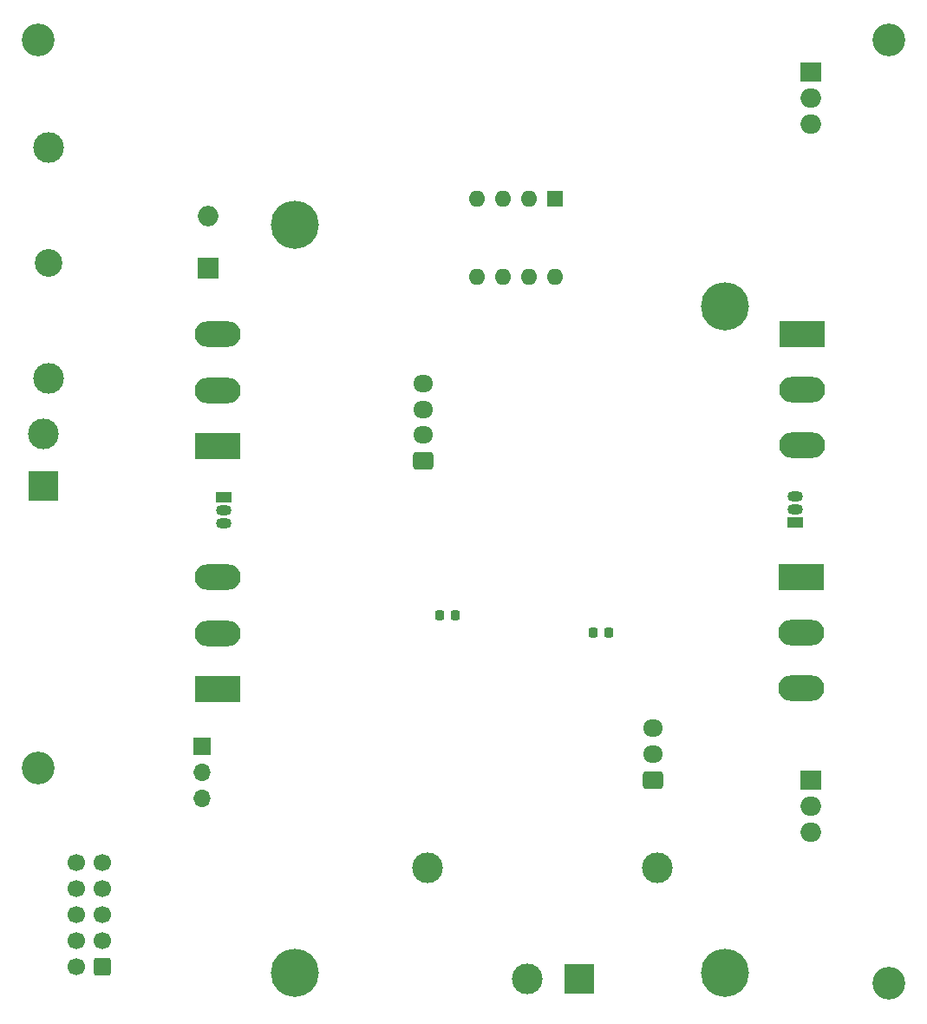
<source format=gbr>
%TF.GenerationSoftware,KiCad,Pcbnew,8.0.0*%
%TF.CreationDate,2024-03-22T17:01:39+01:00*%
%TF.ProjectId,PrezisoinPowerSupply,5072657a-6973-46f6-996e-506f77657253,rev?*%
%TF.SameCoordinates,Original*%
%TF.FileFunction,Soldermask,Bot*%
%TF.FilePolarity,Negative*%
%FSLAX46Y46*%
G04 Gerber Fmt 4.6, Leading zero omitted, Abs format (unit mm)*
G04 Created by KiCad (PCBNEW 8.0.0) date 2024-03-22 17:01:39*
%MOMM*%
%LPD*%
G01*
G04 APERTURE LIST*
G04 Aperture macros list*
%AMRoundRect*
0 Rectangle with rounded corners*
0 $1 Rounding radius*
0 $2 $3 $4 $5 $6 $7 $8 $9 X,Y pos of 4 corners*
0 Add a 4 corners polygon primitive as box body*
4,1,4,$2,$3,$4,$5,$6,$7,$8,$9,$2,$3,0*
0 Add four circle primitives for the rounded corners*
1,1,$1+$1,$2,$3*
1,1,$1+$1,$4,$5*
1,1,$1+$1,$6,$7*
1,1,$1+$1,$8,$9*
0 Add four rect primitives between the rounded corners*
20,1,$1+$1,$2,$3,$4,$5,0*
20,1,$1+$1,$4,$5,$6,$7,0*
20,1,$1+$1,$6,$7,$8,$9,0*
20,1,$1+$1,$8,$9,$2,$3,0*%
G04 Aperture macros list end*
%ADD10R,1.500000X1.050000*%
%ADD11O,1.500000X1.050000*%
%ADD12C,4.700000*%
%ADD13RoundRect,0.250000X0.725000X-0.600000X0.725000X0.600000X-0.725000X0.600000X-0.725000X-0.600000X0*%
%ADD14O,1.950000X1.700000*%
%ADD15C,3.200000*%
%ADD16C,2.700000*%
%ADD17C,3.000000*%
%ADD18R,1.600000X1.600000*%
%ADD19O,1.600000X1.600000*%
%ADD20R,1.700000X1.700000*%
%ADD21O,1.700000X1.700000*%
%ADD22R,3.000000X3.000000*%
%ADD23RoundRect,0.250000X0.600000X0.600000X-0.600000X0.600000X-0.600000X-0.600000X0.600000X-0.600000X0*%
%ADD24C,1.700000*%
%ADD25R,4.500000X2.500000*%
%ADD26O,4.500000X2.500000*%
%ADD27R,2.000000X2.000000*%
%ADD28O,2.000000X2.000000*%
%ADD29RoundRect,0.225000X-0.225000X-0.250000X0.225000X-0.250000X0.225000X0.250000X-0.225000X0.250000X0*%
%ADD30RoundRect,0.225000X0.225000X0.250000X-0.225000X0.250000X-0.225000X-0.250000X0.225000X-0.250000X0*%
%ADD31R,2.000000X1.905000*%
%ADD32O,2.000000X1.905000*%
G04 APERTURE END LIST*
D10*
%TO.C,U9*%
X173900000Y-101070000D03*
D11*
X173900000Y-99800000D03*
X173900000Y-98530000D03*
%TD*%
D10*
%TO.C,U8*%
X118050000Y-98610000D03*
D11*
X118050000Y-99880000D03*
X118050000Y-101150000D03*
%TD*%
D12*
%TO.C,REF\u002A\u002A*%
X167000000Y-145000000D03*
%TD*%
%TO.C,REF\u002A\u002A*%
X167000000Y-80000000D03*
%TD*%
D13*
%TO.C,J4*%
X159975000Y-126150000D03*
D14*
X159975000Y-123650000D03*
X159975000Y-121150000D03*
%TD*%
D15*
%TO.C,REF\u002A\u002A*%
X100000000Y-125000000D03*
%TD*%
D16*
%TO.C,F1*%
X101000000Y-75750000D03*
D17*
X101000000Y-87000000D03*
X101000000Y-64500000D03*
%TD*%
D18*
%TO.C,U6*%
X150400000Y-69500000D03*
D19*
X147860000Y-69500000D03*
X145320000Y-69500000D03*
X142780000Y-69500000D03*
X142780000Y-77120000D03*
X145320000Y-77120000D03*
X147860000Y-77120000D03*
X150400000Y-77120000D03*
%TD*%
D20*
%TO.C,J2*%
X116000000Y-122900000D03*
D21*
X116000000Y-125440000D03*
X116000000Y-127980000D03*
%TD*%
D15*
%TO.C,REF\u002A\u002A*%
X183000000Y-54000000D03*
%TD*%
D17*
%TO.C,F2*%
X137950000Y-134750000D03*
X160450000Y-134750000D03*
%TD*%
D22*
%TO.C,J1*%
X100500000Y-97500000D03*
D17*
X100500000Y-92420000D03*
%TD*%
D23*
%TO.C,J3*%
X106265000Y-144400000D03*
D24*
X103725000Y-144400000D03*
X106265000Y-141860000D03*
X103725000Y-141860000D03*
X106265000Y-139320000D03*
X103725000Y-139320000D03*
X106265000Y-136780000D03*
X103725000Y-136780000D03*
X106265000Y-134240000D03*
X103725000Y-134240000D03*
%TD*%
D15*
%TO.C,REF\u002A\u002A*%
X183000000Y-146000000D03*
%TD*%
%TO.C,REF\u002A\u002A*%
X100000000Y-54000000D03*
%TD*%
D22*
%TO.C,J6*%
X152840000Y-145600000D03*
D17*
X147760000Y-145600000D03*
%TD*%
D12*
%TO.C,REF\u002A\u002A*%
X125000000Y-72000000D03*
%TD*%
D13*
%TO.C,J5*%
X137600000Y-95000000D03*
D14*
X137600000Y-92500000D03*
X137600000Y-90000000D03*
X137600000Y-87500000D03*
%TD*%
D12*
%TO.C,REF\u002A\u002A*%
X125000000Y-145000000D03*
%TD*%
D25*
%TO.C,Q1*%
X174520000Y-82650000D03*
D26*
X174520000Y-88100000D03*
X174520000Y-93550000D03*
%TD*%
D27*
%TO.C,D5*%
X116555000Y-76240000D03*
D28*
X116555000Y-71160000D03*
%TD*%
D25*
%TO.C,Q9*%
X117480000Y-93600000D03*
D26*
X117480000Y-88150000D03*
X117480000Y-82700000D03*
%TD*%
D25*
%TO.C,Q4*%
X117500000Y-117300000D03*
D26*
X117500000Y-111850000D03*
X117500000Y-106400000D03*
%TD*%
D29*
%TO.C,C20*%
X154150000Y-111800000D03*
X155700000Y-111800000D03*
%TD*%
D30*
%TO.C,C45*%
X140700000Y-110140000D03*
X139150000Y-110140000D03*
%TD*%
D31*
%TO.C,U14*%
X175445000Y-126160000D03*
D32*
X175445000Y-128700000D03*
X175445000Y-131240000D03*
%TD*%
D31*
%TO.C,U18*%
X175400000Y-57120000D03*
D32*
X175400000Y-59660000D03*
X175400000Y-62200000D03*
%TD*%
D25*
%TO.C,Q2*%
X174500000Y-106350000D03*
D26*
X174500000Y-111800000D03*
X174500000Y-117250000D03*
%TD*%
M02*

</source>
